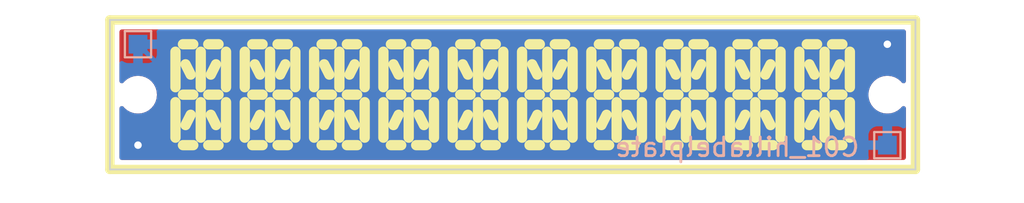
<source format=kicad_pcb>
(kicad_pcb (version 20211014) (generator pcbnew)
  (layers (0 "F.Cu" signal) (31 "B.Cu" signal) (34 "B.Paste" user) (35 "F.Paste" user) (36 "B.SilkS" user "B.Silkscreen") (37 "F.SilkS" user "F.Silkscreen") (38 "B.Mask" user) (39 "F.Mask" user) (44 "Edge.Cuts" user))
  (net 0 "")
  (net 1 "GND")
  (footprint "MountingHoleSmall:MountingHole_1mm" (layer "F.Cu") (at 101.5 104)
    (fp_text reference "REF**" hide)
    (fp_text value "MountingHole_1mm")
    (pad "" np_thru_hole circle locked (at 0 0) (size 1 1) (drill 1) (layers *.Cu *.Mask))
  )
  (footprint "MountingHoleSmall:MountingHole_1mm" (layer "F.Cu") (at 141.5 104)
    (fp_text reference "REF**" hide)
    (fp_text value "MountingHole_1mm")
    (pad "" np_thru_hole circle locked (at 0 0) (size 1 1) (drill 1) (layers *.Cu *.Mask))
  )
  (footprint "TestPoint:TestPoint_Pad_1.0x1.0mm" (layer "B.Cu") (at 141.5 106.7 180)
    (fp_text reference "TP2" hide)
    (fp_text value "TestPoint")
    (fp_line (start -0.7 -0.7) (end -0.7 0.7) (layer "B.SilkS") (width 0.12))
    (fp_line (start 0.7 0.7) (end 0.7 -0.7) (layer "B.SilkS") (width 0.12))
    (fp_line (start 0.7 -0.7) (end -0.7 -0.7) (layer "B.SilkS") (width 0.12))
    (fp_line (start -0.7 0.7) (end 0.7 0.7) (layer "B.SilkS") (width 0.12))
    (pad "1" smd rect (at 0 0 180) (size 1 1) (layers "B.Cu" "B.Mask") (net 1 "GND"))
  )
  (footprint "TestPoint:TestPoint_Pad_1.0x1.0mm" (layer "B.Cu") (at 101.5 101.3 180)
    (fp_text reference "TP1" hide)
    (fp_text value "TestPoint")
    (fp_line (start -0.7 0.7) (end 0.7 0.7) (layer "B.SilkS") (width 0.12))
    (fp_line (start 0.7 -0.7) (end -0.7 -0.7) (layer "B.SilkS") (width 0.12))
    (fp_line (start 0.7 0.7) (end 0.7 -0.7) (layer "B.SilkS") (width 0.12))
    (fp_line (start -0.7 -0.7) (end -0.7 0.7) (layer "B.SilkS") (width 0.12))
    (pad "1" smd rect (at 0 0 180) (size 1 1) (layers "B.Cu" "B.Mask") (net 1 "GND"))
  )
  (gr_line (start 137.2 104) (end 137.75 104) (layer "F.SilkS") (width 0.55))
  (gr_line (start 133.5 104) (end 134.05 104) (layer "F.SilkS") (width 0.55))
  (gr_line (start 107.2 104.4) (end 107.2 106.3) (layer "F.SilkS") (width 0.55))
  (gr_line (start 119.65 103.6) (end 119.65 101.7) (layer "F.SilkS") (width 0.55))
  (gr_line (start 112.65 104) (end 113.2 104) (layer "F.SilkS") (width 0.55))
  (gr_line (start 107.737 105.626) (end 108.013 105.074) (layer "F.SilkS") (width 0.55))
  (gr_line (start 129.8 106.7) (end 130.35 106.7) (layer "F.SilkS") (width 0.55))
  (gr_line (start 110.9 104.4) (end 110.9 106.3) (layer "F.SilkS") (width 0.55))
  (gr_line (start 132.1 101.7) (end 132.1 103.6) (layer "F.SilkS") (width 0.55))
  (gr_line (start 109.087 102.926) (end 109.363 102.374) (layer "F.SilkS") (width 0.55))
  (gr_line (start 134.85 106.7) (end 135.4 106.7) (layer "F.SilkS") (width 0.55))
  (gr_line (start 135.8 104.4) (end 135.8 106.3) (layer "F.SilkS") (width 0.55))
  (gr_line (start 134.85 101.3) (end 135.4 101.3) (layer "F.SilkS") (width 0.55))
  (gr_line (start 117.3 104.4) (end 117.3 106.3) (layer "F.SilkS") (width 0.55))
  (gr_line (start 129.8 101.3) (end 130.35 101.3) (layer "F.SilkS") (width 0.55))
  (gr_line (start 122.537 105.626) (end 122.813 105.074) (layer "F.SilkS") (width 0.55))
  (gr_line (start 116.35 104) (end 116.9 104) (layer "F.SilkS") (width 0.55))
  (gr_line (start 115 104) (end 115.55 104) (layer "F.SilkS") (width 0.55))
  (gr_line (start 126.1 106.7) (end 126.65 106.7) (layer "F.SilkS") (width 0.55))
  (gr_line (start 107.737 102.374) (end 108.013 102.926) (layer "F.SilkS") (width 0.55))
  (gr_line (start 115.137 102.374) (end 115.413 102.926) (layer "F.SilkS") (width 0.55))
  (gr_line (start 127.45 104) (end 128 104) (layer "F.SilkS") (width 0.55))
  (gr_line (start 118.7 106.7) (end 119.25 106.7) (layer "F.SilkS") (width 0.55))
  (gr_line (start 111.437 105.626) (end 111.713 105.074) (layer "F.SilkS") (width 0.55))
  (gr_line (start 108.95 101.3) (end 109.5 101.3) (layer "F.SilkS") (width 0.55))
  (gr_line (start 104.037 105.626) (end 104.313 105.074) (layer "F.SilkS") (width 0.55))
  (gr_line (start 118.7 101.3) (end 119.25 101.3) (layer "F.SilkS") (width 0.55))
  (gr_line (start 126.237 105.626) (end 126.513 105.074) (layer "F.SilkS") (width 0.55))
  (gr_line (start 125.7 104.4) (end 125.7 106.3) (layer "F.SilkS") (width 0.55))
  (gr_line (start 116.35 101.3) (end 116.9 101.3) (layer "F.SilkS") (width 0.55))
  (gr_line (start 122.4 106.7) (end 122.95 106.7) (layer "F.SilkS") (width 0.55))
  (gr_line (start 116.763 105.626) (end 116.487 105.074) (layer "F.SilkS") (width 0.55))
  (gr_line (start 116.35 106.7) (end 116.9 106.7) (layer "F.SilkS") (width 0.55))
  (gr_line (start 133.1 104.4) (end 133.1 106.3) (layer "F.SilkS") (width 0.55))
  (gr_line (start 107.6 101.3) (end 108.15 101.3) (layer "F.SilkS") (width 0.55))
  (gr_line (start 122.4 101.3) (end 122.95 101.3) (layer "F.SilkS") (width 0.55))
  (gr_line (start 127.45 101.3) (end 128 101.3) (layer "F.SilkS") (width 0.55))
  (gr_line (start 134.45 104.4) (end 134.45 106.3) (layer "F.SilkS") (width 0.55))
  (gr_line (start 130.75 104.4) (end 130.75 106.3) (layer "F.SilkS") (width 0.55))
  (gr_line (start 133.5 106.7) (end 134.05 106.7) (layer "F.SilkS") (width 0.55))
  (gr_line (start 123.887 102.926) (end 124.163 102.374) (layer "F.SilkS") (width 0.55))
  (gr_line (start 129.8 104) (end 130.35 104) (layer "F.SilkS") (width 0.55))
  (gr_line (start 138.963 105.626) (end 138.687 105.074) (layer "F.SilkS") (width 0.55))
  (gr_line (start 137.337 105.626) (end 137.613 105.074) (layer "F.SilkS") (width 0.55))
  (gr_line (start 129.937 105.626) (end 130.213 105.074) (layer "F.SilkS") (width 0.55))
  (gr_line (start 134.987 102.926) (end 135.263 102.374) (layer "F.SilkS") (width 0.55))
  (gr_line (start 111.3 101.3) (end 111.85 101.3) (layer "F.SilkS") (width 0.55))
  (gr_line (start 111.3 106.7) (end 111.85 106.7) (layer "F.SilkS") (width 0.55))
  (gr_line (start 105.25 101.3) (end 105.8 101.3) (layer "F.SilkS") (width 0.55))
  (gr_line (start 112.25 104.4) (end 112.25 106.3) (layer "F.SilkS") (width 0.55))
  (gr_line (start 134.45 103.6) (end 134.45 101.7) (layer "F.SilkS") (width 0.55))
  (gr_line (start 116.487 102.926) (end 116.763 102.374) (layer "F.SilkS") (width 0.55))
  (gr_line (start 119.65 104.4) (end 119.65 106.3) (layer "F.SilkS") (width 0.55))
  (gr_line (start 107.2 101.7) (end 107.2 103.6) (layer "F.SilkS") (width 0.55))
  (gr_line (start 127.05 103.6) (end 127.05 101.7) (layer "F.SilkS") (width 0.55))
  (gr_line (start 106.2 104.4) (end 106.2 106.3) (layer "F.SilkS") (width 0.55))
  (gr_line (start 115 106.7) (end 115.55 106.7) (layer "F.SilkS") (width 0.55))
  (gr_line (start 138.55 106.7) (end 139.1 106.7) (layer "F.SilkS") (width 0.55))
  (gr_line (start 103.5 101.7) (end 103.5 103.6) (layer "F.SilkS") (width 0.55))
  (gr_line (start 127.587 102.926) (end 127.863 102.374) (layer "F.SilkS") (width 0.55))
  (gr_line (start 120.05 101.3) (end 120.6 101.3) (layer "F.SilkS") (width 0.55))
  (gr_line (start 118.3 101.7) (end 118.3 103.6) (layer "F.SilkS") (width 0.55))
  (gr_line (start 123.35 103.6) (end 123.35 101.7) (layer "F.SilkS") (width 0.55))
  (gr_line (start 127.863 105.626) (end 127.587 105.074) (layer "F.SilkS") (width 0.55))
  (gr_line (start 131.287 102.926) (end 131.563 102.374) (layer "F.SilkS") (width 0.55))
  (gr_line (start 126.1 104) (end 126.65 104) (layer "F.SilkS") (width 0.55))
  (gr_line (start 133.1 101.7) (end 133.1 103.6) (layer "F.SilkS") (width 0.55))
  (gr_line (start 122 101.7) (end 122 103.6) (layer "F.SilkS") (width 0.55))
  (gr_line (start 126.1 101.3) (end 126.65 101.3) (layer "F.SilkS") (width 0.55))
  (gr_line (start 121 104.4) (end 121 106.3) (layer "F.SilkS") (width 0.55))
  (gr_line (start 112.65 101.3) (end 113.2 101.3) (layer "F.SilkS") (width 0.55))
  (gr_line (start 134.85 104) (end 135.4 104) (layer "F.SilkS") (width 0.55))
  (gr_line (start 143 100) (end 143 108) (layer "F.SilkS") (width 0.5))
  (gr_line (start 131.563 105.626) (end 131.287 105.074) (layer "F.SilkS") (width 0.55))
  (gr_line (start 103.5 104.4) (end 103.5 106.3) (layer "F.SilkS") (width 0.55))
  (gr_line (start 128.4 104.4) (end 128.4 106.3) (layer "F.SilkS") (width 0.55))
  (gr_line (start 108.55 103.6) (end 108.55 101.7) (layer "F.SilkS") (width 0.55))
  (gr_line (start 126.237 102.374) (end 126.513 102.926) (layer "F.SilkS") (width 0.55))
  (gr_line (start 107.6 104) (end 108.15 104) (layer "F.SilkS") (width 0.55))
  (gr_line (start 133.5 101.3) (end 134.05 101.3) (layer "F.SilkS") (width 0.55))
  (gr_line (start 107.6 106.7) (end 108.15 106.7) (layer "F.SilkS") (width 0.55))
  (gr_line (start 136.8 101.7) (end 136.8 103.6) (layer "F.SilkS") (width 0.55))
  (gr_line (start 138.687 102.926) (end 138.963 102.374) (layer "F.SilkS") (width 0.55))
  (gr_line (start 105.663 105.626) (end 105.387 105.074) (layer "F.SilkS") (width 0.55))
  (gr_line (start 130.75 103.6) (end 130.75 101.7) (layer "F.SilkS") (width 0.55))
  (gr_line (start 114.6 104.4) (end 114.6 106.3) (layer "F.SilkS") (width 0.55))
  (gr_line (start 108.95 104) (end 109.5 104) (layer "F.SilkS") (width 0.55))
  (gr_line (start 120.05 106.7) (end 120.6 106.7) (layer "F.SilkS") (width 0.55))
  (gr_line (start 122.4 104) (end 122.95 104) (layer "F.SilkS") (width 0.55))
  (gr_line (start 122 104.4) (end 122 106.3) (layer "F.SilkS") (width 0.55))
  (gr_line (start 103.9 104) (end 104.45 104) (layer "F.SilkS") (width 0.55))
  (gr_line (start 114.6 101.7) (end 114.6 103.6) (layer "F.SilkS") (width 0.55))
  (gr_line (start 103.9 106.7) (end 104.45 106.7) (layer "F.SilkS") (width 0.55))
  (gr_line (start 125.7 101.7) (end 125.7 103.6) (layer "F.SilkS") (width 0.55))
  (gr_line (start 118.837 102.374) (end 119.113 102.926) (layer "F.SilkS") (width 0.55))
  (gr_line (start 127.45 106.7) (end 128 106.7) (layer "F.SilkS") (width 0.55))
  (gr_line (start 108.55 104.4) (end 108.55 106.3) (layer "F.SilkS") (width 0.55))
  (gr_line (start 103.9 101.3) (end 104.45 101.3) (layer "F.SilkS") (width 0.55))
  (gr_line (start 104.037 102.374) (end 104.313 102.926) (layer "F.SilkS") (width 0.55))
  (gr_line (start 123.75 101.3) (end 124.3 101.3) (layer "F.SilkS") (width 0.55))
  (gr_line (start 138.55 101.3) (end 139.1 101.3) (layer "F.SilkS") (width 0.55))
  (gr_line (start 113.6 104.4) (end 113.6 106.3) (layer "F.SilkS") (width 0.55))
  (gr_line (start 123.75 104) (end 124.3 104) (layer "F.SilkS") (width 0.55))
  (gr_line (start 137.2 106.7) (end 137.75 106.7) (layer "F.SilkS") (width 0.55))
  (gr_line (start 104.85 103.6) (end 104.85 101.7) (layer "F.SilkS") (width 0.55))
  (gr_line (start 123.75 106.7) (end 124.3 106.7) (layer "F.SilkS") (width 0.55))
  (gr_line (start 137.2 101.3) (end 137.75 101.3) (layer "F.SilkS") (width 0.55))
  (gr_line (start 104.85 104.4) (end 104.85 106.3) (layer "F.SilkS") (width 0.55))
  (gr_line (start 113.063 105.626) (end 112.787 105.074) (layer "F.SilkS") (width 0.55))
  (gr_line (start 115.95 104.4) (end 115.95 106.3) (layer "F.SilkS") (width 0.55))
  (gr_line (start 113.6 101.7) (end 113.6 103.6) (layer "F.SilkS") (width 0.55))
  (gr_line (start 115 101.3) (end 115.55 101.3) (layer "F.SilkS") (width 0.55))
  (gr_line (start 105.25 106.7) (end 105.8 106.7) (layer "F.SilkS") (width 0.55))
  (gr_line (start 128.4 101.7) (end 128.4 103.6) (layer "F.SilkS") (width 0.55))
  (gr_line (start 121 101.7) (end 121 103.6) (layer "F.SilkS") (width 0.55))
  (gr_line (start 131.15 104) (end 131.7 104) (layer "F.SilkS") (width 0.55))
  (gr_line (start 136.8 104.4) (end 136.8 106.3) (layer "F.SilkS") (width 0.55))
  (gr_line (start 120.05 104) (end 120.6 104) (layer "F.SilkS") (width 0.55))
  (gr_line (start 131.15 106.7) (end 131.7 106.7) (layer "F.SilkS") (width 0.55))
  (gr_line (start 110.9 101.7) (end 110.9 103.6) (layer "F.SilkS") (width 0.55))
  (gr_line (start 115.137 105.626) (end 115.413 105.074) (layer "F.SilkS") (width 0.55))
  (gr_line (start 100 100) (end 143 100) (layer "F.SilkS") (width 0.5))
  (gr_line (start 137.337 102.374) (end 137.613 102.926) (layer "F.SilkS") (width 0.55))
  (gr_line (start 133.637 102.374) (end 133.913 102.926) (layer "F.SilkS") (width 0.55))
  (gr_line (start 118.7 104) (end 119.25 104) (layer "F.SilkS") (width 0.55))
  (gr_line (start 105.387 102.926) (end 105.663 102.374) (layer "F.SilkS") (width 0.55))
  (gr_line (start 118.3 104.4) (end 118.3 106.3) (layer "F.SilkS") (width 0.55))
  (gr_line (start 112.25 103.6) (end 112.25 101.7) (layer "F.SilkS") (width 0.55))
  (gr_line (start 139.5 104.4) (end 139.5 106.3) (layer "F.SilkS") (width 0.55))
  (gr_line (start 100 108) (end 143 108) (layer "F.SilkS") (width 0.5))
  (gr_line (start 139.5 101.7) (end 139.5 103.6) (layer "F.SilkS") (width 0.55))
  (gr_line (start 109.363 105.626) (end 109.087 105.074) (layer "F.SilkS") (width 0.55))
  (gr_line (start 122.537 102.374) (end 122.813 102.926) (layer "F.SilkS") (width 0.55))
  (gr_line (start 109.9 104.4) (end 109.9 106.3) (layer "F.SilkS") (width 0.55))
  (gr_line (start 124.7 101.7) (end 124.7 103.6) (layer "F.SilkS") (width 0.55))
  (gr_line (start 138.55 104) (end 139.1 104) (layer "F.SilkS") (width 0.55))
  (gr_line (start 112.787 102.926) (end 113.063 102.374) (layer "F.SilkS") (width 0.55))
  (gr_line (start 124.7 104.4) (end 124.7 106.3) (layer "F.SilkS") (width 0.55))
  (gr_line (start 138.15 103.6) (end 138.15 101.7) (layer "F.SilkS") (width 0.55))
  (gr_line (start 111.3 104) (end 111.85 104) (layer "F.SilkS") (width 0.55))
  (gr_line (start 133.637 105.626) (end 133.913 105.074) (layer "F.SilkS") (width 0.55))
  (gr_line (start 100 100) (end 100 108) (layer "F.SilkS") (width 0.5))
  (gr_line (start 129.937 102.374) (end 130.213 102.926) (layer "F.SilkS") (width 0.55))
  (gr_line (start 131.15 101.3) (end 131.7 101.3) (layer "F.SilkS") (width 0.55))
  (gr_line (start 127.05 104.4) (end 127.05 106.3) (layer "F.SilkS") (width 0.55))
  (gr_line (start 135.263 105.626) (end 134.987 105.074) (layer "F.SilkS") (width 0.55))
  (gr_line (start 135.8 101.7) (end 135.8 103.6) (layer "F.SilkS") (width 0.55))
  (gr_line (start 124.163 105.626) (end 123.887 105.074) (layer "F.SilkS") (width 0.55))
  (gr_line (start 106.2 101.7) (end 106.2 103.6) (layer "F.SilkS") (width 0.55))
  (gr_line (start 112.65 106.7) (end 113.2 106.7) (layer "F.SilkS") (width 0.55))
  (gr_line (start 111.437 102.374) (end 111.713 102.926) (layer "F.SilkS") (width 0.55))
  (gr_line (start 117.3 101.7) (end 117.3 103.6) (layer "F.SilkS") (width 0.55))
  (gr_line (start 129.4 104.4) (end 129.4 106.3) (layer "F.SilkS") (width 0.55))
  (gr_line (start 115.95 103.6) (end 115.95 101.7) (layer "F.SilkS") (width 0.55))
  (gr_line (start 118.837 105.626) (end 119.113 105.074) (layer "F.SilkS") (width 0.55))
  (gr_line (start 105.25 104) (end 105.8 104) (layer "F.SilkS") (width 0.55))
  (gr_line (start 120.463 105.626) (end 120.187 105.074) (layer "F.SilkS") (width 0.55))
  (gr_line (start 138.15 104.4) (end 138.15 106.3) (layer "F.SilkS") (width 0.55))
  (gr_line (start 109.9 101.7) (end 109.9 103.6) (layer "F.SilkS") (width 0.55))
  (gr_line (start 129.4 101.7) (end 129.4 103.6) (layer "F.SilkS") (width 0.55))
  (gr_line (start 132.1 104.4) (end 132.1 106.3) (layer "F.SilkS") (width 0.55))
  (gr_line (start 120.187 102.926) (end 120.463 102.374) (layer "F.SilkS") (width 0.55))
  (gr_line (start 108.95 106.7) (end 109.5 106.7) (layer "F.SilkS") (width 0.55))
  (gr_line (start 123.35 104.4) (end 123.35 106.3) (layer "F.SilkS") (width 0.55))
  (gr_line (start 100 100) (end 143 100) (layer "Edge.Cuts") (width 0.1))
  (gr_line (start 100 100) (end 100 108) (layer "Edge.Cuts") (width 0.1))
  (gr_line (start 100 108) (end 143 108) (layer "Edge.Cuts") (width 0.1))
  (gr_line (start 143 100) (end 143 108) (layer "Edge.Cuts") (width 0.1))
  (gr_text "C01_hillabelplate" (at 133.477 106.807) (layer "B.SilkS") (effects (font (size 1 1)) (justify mirror)))
  (via (at 141.5 101.3) (size 0.8) (drill 0.4) (layers "F.Cu" "B.Cu") (net 1))
  (via (at 101.5 106.7) (size 0.8) (drill 0.4) (layers "F.Cu" "B.Cu") (net 1))
  (segment (start 141.5 106.7) (end 106.9 106.7) (width 0.25) (layer "B.Cu") (net 1))
  (segment (start 106.9 106.7) (end 101.5 101.3) (width 0.25) (layer "B.Cu") (net 1))
  (zone (net 1) (net_name "GND") (layers F&B.Cu) (connect_pads (clearance 0.508)) (min_thickness 0.254) (fill yes (thermal_gap 0.508) (thermal_bridge_width 0.508))
    (polygon (pts (xy 143.891 108.966) (xy 99.187 109.093) (xy 99.187 98.933) (xy 144.018 98.933)))
  )
)
</source>
